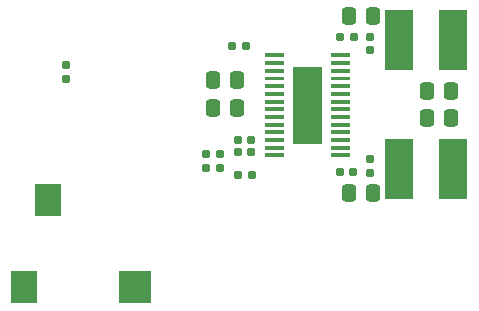
<source format=gbr>
%TF.GenerationSoftware,KiCad,Pcbnew,8.0.6*%
%TF.CreationDate,2024-10-24T21:34:22-07:00*%
%TF.ProjectId,PedalSynth,50656461-6c53-4796-9e74-682e6b696361,r1.0*%
%TF.SameCoordinates,Original*%
%TF.FileFunction,Paste,Top*%
%TF.FilePolarity,Positive*%
%FSLAX46Y46*%
G04 Gerber Fmt 4.6, Leading zero omitted, Abs format (unit mm)*
G04 Created by KiCad (PCBNEW 8.0.6) date 2024-10-24 21:34:22*
%MOMM*%
%LPD*%
G01*
G04 APERTURE LIST*
G04 Aperture macros list*
%AMRoundRect*
0 Rectangle with rounded corners*
0 $1 Rounding radius*
0 $2 $3 $4 $5 $6 $7 $8 $9 X,Y pos of 4 corners*
0 Add a 4 corners polygon primitive as box body*
4,1,4,$2,$3,$4,$5,$6,$7,$8,$9,$2,$3,0*
0 Add four circle primitives for the rounded corners*
1,1,$1+$1,$2,$3*
1,1,$1+$1,$4,$5*
1,1,$1+$1,$6,$7*
1,1,$1+$1,$8,$9*
0 Add four rect primitives between the rounded corners*
20,1,$1+$1,$2,$3,$4,$5,0*
20,1,$1+$1,$4,$5,$6,$7,0*
20,1,$1+$1,$6,$7,$8,$9,0*
20,1,$1+$1,$8,$9,$2,$3,0*%
G04 Aperture macros list end*
%ADD10C,0.010000*%
%ADD11RoundRect,0.160000X-0.197500X-0.160000X0.197500X-0.160000X0.197500X0.160000X-0.197500X0.160000X0*%
%ADD12RoundRect,0.155000X0.155000X-0.212500X0.155000X0.212500X-0.155000X0.212500X-0.155000X-0.212500X0*%
%ADD13R,2.350000X5.100000*%
%ADD14RoundRect,0.155000X-0.212500X-0.155000X0.212500X-0.155000X0.212500X0.155000X-0.212500X0.155000X0*%
%ADD15RoundRect,0.250000X-0.337500X-0.475000X0.337500X-0.475000X0.337500X0.475000X-0.337500X0.475000X0*%
%ADD16RoundRect,0.160000X0.197500X0.160000X-0.197500X0.160000X-0.197500X-0.160000X0.197500X-0.160000X0*%
%ADD17RoundRect,0.155000X0.212500X0.155000X-0.212500X0.155000X-0.212500X-0.155000X0.212500X-0.155000X0*%
%ADD18RoundRect,0.250000X0.337500X0.475000X-0.337500X0.475000X-0.337500X-0.475000X0.337500X-0.475000X0*%
%ADD19RoundRect,0.155000X-0.155000X0.212500X-0.155000X-0.212500X0.155000X-0.212500X0.155000X0.212500X0*%
%ADD20RoundRect,0.160000X0.160000X-0.197500X0.160000X0.197500X-0.160000X0.197500X-0.160000X-0.197500X0*%
%ADD21R,2.200000X2.800000*%
%ADD22R,2.800000X2.800000*%
G04 APERTURE END LIST*
D10*
%TO.C,U1*%
X151025000Y-75475000D02*
X149475000Y-75475000D01*
X149475000Y-75225000D01*
X151025000Y-75225000D01*
X151025000Y-75475000D01*
G36*
X151025000Y-75475000D02*
G01*
X149475000Y-75475000D01*
X149475000Y-75225000D01*
X151025000Y-75225000D01*
X151025000Y-75475000D01*
G37*
X151025000Y-76125000D02*
X149475000Y-76125000D01*
X149475000Y-75875000D01*
X151025000Y-75875000D01*
X151025000Y-76125000D01*
G36*
X151025000Y-76125000D02*
G01*
X149475000Y-76125000D01*
X149475000Y-75875000D01*
X151025000Y-75875000D01*
X151025000Y-76125000D01*
G37*
X151025000Y-76775000D02*
X149475000Y-76775000D01*
X149475000Y-76525000D01*
X151025000Y-76525000D01*
X151025000Y-76775000D01*
G36*
X151025000Y-76775000D02*
G01*
X149475000Y-76775000D01*
X149475000Y-76525000D01*
X151025000Y-76525000D01*
X151025000Y-76775000D01*
G37*
X151025000Y-77425000D02*
X149475000Y-77425000D01*
X149475000Y-77175000D01*
X151025000Y-77175000D01*
X151025000Y-77425000D01*
G36*
X151025000Y-77425000D02*
G01*
X149475000Y-77425000D01*
X149475000Y-77175000D01*
X151025000Y-77175000D01*
X151025000Y-77425000D01*
G37*
X151025000Y-78075000D02*
X149475000Y-78075000D01*
X149475000Y-77825000D01*
X151025000Y-77825000D01*
X151025000Y-78075000D01*
G36*
X151025000Y-78075000D02*
G01*
X149475000Y-78075000D01*
X149475000Y-77825000D01*
X151025000Y-77825000D01*
X151025000Y-78075000D01*
G37*
X151025000Y-78725000D02*
X149475000Y-78725000D01*
X149475000Y-78475000D01*
X151025000Y-78475000D01*
X151025000Y-78725000D01*
G36*
X151025000Y-78725000D02*
G01*
X149475000Y-78725000D01*
X149475000Y-78475000D01*
X151025000Y-78475000D01*
X151025000Y-78725000D01*
G37*
X151025000Y-79375000D02*
X149475000Y-79375000D01*
X149475000Y-79125000D01*
X151025000Y-79125000D01*
X151025000Y-79375000D01*
G36*
X151025000Y-79375000D02*
G01*
X149475000Y-79375000D01*
X149475000Y-79125000D01*
X151025000Y-79125000D01*
X151025000Y-79375000D01*
G37*
X151025000Y-80025000D02*
X149475000Y-80025000D01*
X149475000Y-79775000D01*
X151025000Y-79775000D01*
X151025000Y-80025000D01*
G36*
X151025000Y-80025000D02*
G01*
X149475000Y-80025000D01*
X149475000Y-79775000D01*
X151025000Y-79775000D01*
X151025000Y-80025000D01*
G37*
X151025000Y-80675000D02*
X149475000Y-80675000D01*
X149475000Y-80425000D01*
X151025000Y-80425000D01*
X151025000Y-80675000D01*
G36*
X151025000Y-80675000D02*
G01*
X149475000Y-80675000D01*
X149475000Y-80425000D01*
X151025000Y-80425000D01*
X151025000Y-80675000D01*
G37*
X151025000Y-81325000D02*
X149475000Y-81325000D01*
X149475000Y-81075000D01*
X151025000Y-81075000D01*
X151025000Y-81325000D01*
G36*
X151025000Y-81325000D02*
G01*
X149475000Y-81325000D01*
X149475000Y-81075000D01*
X151025000Y-81075000D01*
X151025000Y-81325000D01*
G37*
X151025000Y-81975000D02*
X149475000Y-81975000D01*
X149475000Y-81725000D01*
X151025000Y-81725000D01*
X151025000Y-81975000D01*
G36*
X151025000Y-81975000D02*
G01*
X149475000Y-81975000D01*
X149475000Y-81725000D01*
X151025000Y-81725000D01*
X151025000Y-81975000D01*
G37*
X151025000Y-82625000D02*
X149475000Y-82625000D01*
X149475000Y-82375000D01*
X151025000Y-82375000D01*
X151025000Y-82625000D01*
G36*
X151025000Y-82625000D02*
G01*
X149475000Y-82625000D01*
X149475000Y-82375000D01*
X151025000Y-82375000D01*
X151025000Y-82625000D01*
G37*
X151025000Y-83275000D02*
X149475000Y-83275000D01*
X149475000Y-83025000D01*
X151025000Y-83025000D01*
X151025000Y-83275000D01*
G36*
X151025000Y-83275000D02*
G01*
X149475000Y-83275000D01*
X149475000Y-83025000D01*
X151025000Y-83025000D01*
X151025000Y-83275000D01*
G37*
X151025000Y-83925000D02*
X149475000Y-83925000D01*
X149475000Y-83675000D01*
X151025000Y-83675000D01*
X151025000Y-83925000D01*
G36*
X151025000Y-83925000D02*
G01*
X149475000Y-83925000D01*
X149475000Y-83675000D01*
X151025000Y-83675000D01*
X151025000Y-83925000D01*
G37*
X154250000Y-82805000D02*
X151850000Y-82805000D01*
X151850000Y-76345000D01*
X154250000Y-76345000D01*
X154250000Y-82805000D01*
G36*
X154250000Y-82805000D02*
G01*
X151850000Y-82805000D01*
X151850000Y-76345000D01*
X154250000Y-76345000D01*
X154250000Y-82805000D01*
G37*
X156625000Y-75475000D02*
X155075000Y-75475000D01*
X155075000Y-75225000D01*
X156625000Y-75225000D01*
X156625000Y-75475000D01*
G36*
X156625000Y-75475000D02*
G01*
X155075000Y-75475000D01*
X155075000Y-75225000D01*
X156625000Y-75225000D01*
X156625000Y-75475000D01*
G37*
X156625000Y-76125000D02*
X155075000Y-76125000D01*
X155075000Y-75875000D01*
X156625000Y-75875000D01*
X156625000Y-76125000D01*
G36*
X156625000Y-76125000D02*
G01*
X155075000Y-76125000D01*
X155075000Y-75875000D01*
X156625000Y-75875000D01*
X156625000Y-76125000D01*
G37*
X156625000Y-76775000D02*
X155075000Y-76775000D01*
X155075000Y-76525000D01*
X156625000Y-76525000D01*
X156625000Y-76775000D01*
G36*
X156625000Y-76775000D02*
G01*
X155075000Y-76775000D01*
X155075000Y-76525000D01*
X156625000Y-76525000D01*
X156625000Y-76775000D01*
G37*
X156625000Y-77425000D02*
X155075000Y-77425000D01*
X155075000Y-77175000D01*
X156625000Y-77175000D01*
X156625000Y-77425000D01*
G36*
X156625000Y-77425000D02*
G01*
X155075000Y-77425000D01*
X155075000Y-77175000D01*
X156625000Y-77175000D01*
X156625000Y-77425000D01*
G37*
X156625000Y-78075000D02*
X155075000Y-78075000D01*
X155075000Y-77825000D01*
X156625000Y-77825000D01*
X156625000Y-78075000D01*
G36*
X156625000Y-78075000D02*
G01*
X155075000Y-78075000D01*
X155075000Y-77825000D01*
X156625000Y-77825000D01*
X156625000Y-78075000D01*
G37*
X156625000Y-78725000D02*
X155075000Y-78725000D01*
X155075000Y-78475000D01*
X156625000Y-78475000D01*
X156625000Y-78725000D01*
G36*
X156625000Y-78725000D02*
G01*
X155075000Y-78725000D01*
X155075000Y-78475000D01*
X156625000Y-78475000D01*
X156625000Y-78725000D01*
G37*
X156625000Y-79375000D02*
X155075000Y-79375000D01*
X155075000Y-79125000D01*
X156625000Y-79125000D01*
X156625000Y-79375000D01*
G36*
X156625000Y-79375000D02*
G01*
X155075000Y-79375000D01*
X155075000Y-79125000D01*
X156625000Y-79125000D01*
X156625000Y-79375000D01*
G37*
X156625000Y-80025000D02*
X155075000Y-80025000D01*
X155075000Y-79775000D01*
X156625000Y-79775000D01*
X156625000Y-80025000D01*
G36*
X156625000Y-80025000D02*
G01*
X155075000Y-80025000D01*
X155075000Y-79775000D01*
X156625000Y-79775000D01*
X156625000Y-80025000D01*
G37*
X156625000Y-80675000D02*
X155075000Y-80675000D01*
X155075000Y-80425000D01*
X156625000Y-80425000D01*
X156625000Y-80675000D01*
G36*
X156625000Y-80675000D02*
G01*
X155075000Y-80675000D01*
X155075000Y-80425000D01*
X156625000Y-80425000D01*
X156625000Y-80675000D01*
G37*
X156625000Y-81325000D02*
X155075000Y-81325000D01*
X155075000Y-81075000D01*
X156625000Y-81075000D01*
X156625000Y-81325000D01*
G36*
X156625000Y-81325000D02*
G01*
X155075000Y-81325000D01*
X155075000Y-81075000D01*
X156625000Y-81075000D01*
X156625000Y-81325000D01*
G37*
X156625000Y-81975000D02*
X155075000Y-81975000D01*
X155075000Y-81725000D01*
X156625000Y-81725000D01*
X156625000Y-81975000D01*
G36*
X156625000Y-81975000D02*
G01*
X155075000Y-81975000D01*
X155075000Y-81725000D01*
X156625000Y-81725000D01*
X156625000Y-81975000D01*
G37*
X156625000Y-82625000D02*
X155075000Y-82625000D01*
X155075000Y-82375000D01*
X156625000Y-82375000D01*
X156625000Y-82625000D01*
G36*
X156625000Y-82625000D02*
G01*
X155075000Y-82625000D01*
X155075000Y-82375000D01*
X156625000Y-82375000D01*
X156625000Y-82625000D01*
G37*
X156625000Y-83275000D02*
X155075000Y-83275000D01*
X155075000Y-83025000D01*
X156625000Y-83025000D01*
X156625000Y-83275000D01*
G36*
X156625000Y-83275000D02*
G01*
X155075000Y-83275000D01*
X155075000Y-83025000D01*
X156625000Y-83025000D01*
X156625000Y-83275000D01*
G37*
X156625000Y-83925000D02*
X155075000Y-83925000D01*
X155075000Y-83675000D01*
X156625000Y-83675000D01*
X156625000Y-83925000D01*
G36*
X156625000Y-83925000D02*
G01*
X155075000Y-83925000D01*
X155075000Y-83675000D01*
X156625000Y-83675000D01*
X156625000Y-83925000D01*
G37*
%TD*%
D11*
%TO.C,R6*%
X144502500Y-84900000D03*
X145697500Y-84900000D03*
%TD*%
D12*
%TO.C,C11*%
X158400000Y-74967500D03*
X158400000Y-73832500D03*
%TD*%
D13*
%TO.C,L1*%
X160775000Y-74100000D03*
X165425000Y-74100000D03*
%TD*%
D14*
%TO.C,C7*%
X155782500Y-85300000D03*
X156917500Y-85300000D03*
%TD*%
D15*
%TO.C,C4*%
X156562500Y-87050000D03*
X158637500Y-87050000D03*
%TD*%
D16*
%TO.C,R5*%
X145697500Y-83700000D03*
X144502500Y-83700000D03*
%TD*%
D17*
%TO.C,C6*%
X156985000Y-73800000D03*
X155850000Y-73800000D03*
%TD*%
D18*
%TO.C,C14*%
X165237500Y-80700000D03*
X163162500Y-80700000D03*
%TD*%
D13*
%TO.C,L2*%
X160775000Y-85000000D03*
X165425000Y-85000000D03*
%TD*%
D11*
%TO.C,R1*%
X146655000Y-74550000D03*
X147850000Y-74550000D03*
%TD*%
D17*
%TO.C,C10*%
X148317500Y-82550000D03*
X147182500Y-82550000D03*
%TD*%
D19*
%TO.C,C12*%
X158400000Y-84182500D03*
X158400000Y-85317500D03*
%TD*%
D18*
%TO.C,C13*%
X165237500Y-78400000D03*
X163162500Y-78400000D03*
%TD*%
D20*
%TO.C,R3*%
X132600000Y-77397500D03*
X132600000Y-76202500D03*
%TD*%
D21*
%TO.C,J1*%
X131100000Y-87600000D03*
X129100000Y-95000000D03*
D22*
X138500000Y-95000000D03*
%TD*%
D18*
%TO.C,C3*%
X158637500Y-72050000D03*
X156562500Y-72050000D03*
%TD*%
D11*
%TO.C,R2*%
X147155000Y-85550000D03*
X148350000Y-85550000D03*
%TD*%
D15*
%TO.C,C9*%
X145062500Y-79850000D03*
X147137500Y-79850000D03*
%TD*%
D18*
%TO.C,C5*%
X147137500Y-77500000D03*
X145062500Y-77500000D03*
%TD*%
D17*
%TO.C,C8*%
X148317500Y-83600000D03*
X147182500Y-83600000D03*
%TD*%
M02*

</source>
